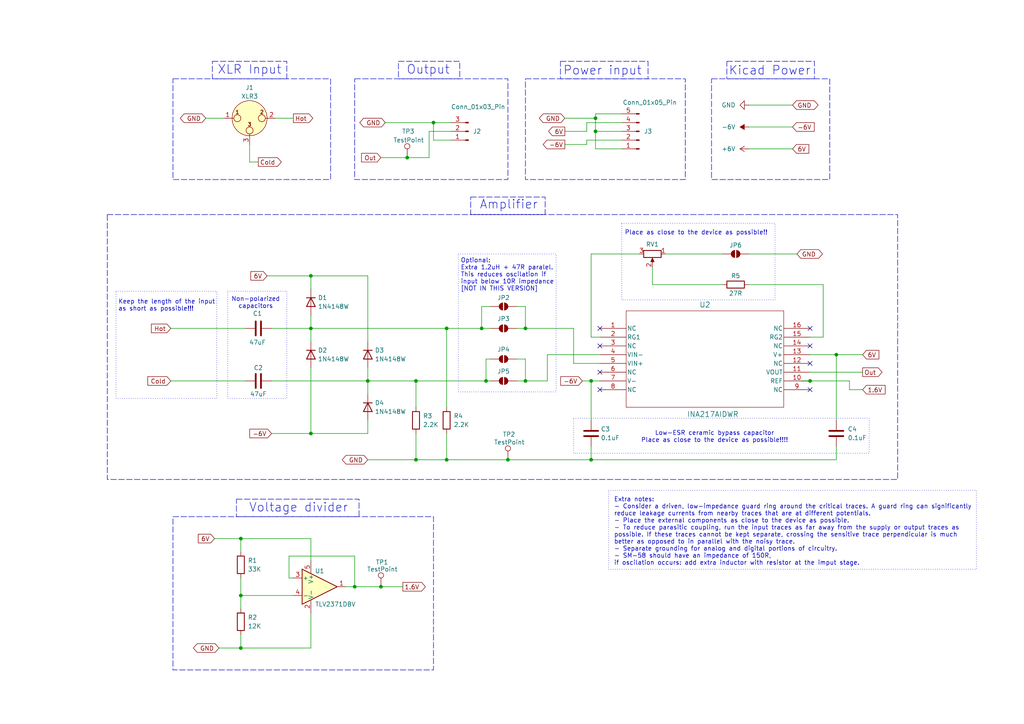
<source format=kicad_sch>
(kicad_sch (version 20250114) (generator "eeschema") (generator_version "9.0")
  (paper "A4")
  (title_block (title "Mic PreAmp") (date "2025-05-07") (rev "1") (company "Sounds Like Tim"))
  (lib_symbols
    (symbol "Amplifier_Operational:TLV2371DBV" (pin_names (offset 0.127))
      (property "Reference" "U" (at -1.27 6.35 0))
      (property "Value" "TLV2371DBV" (at -1.27 3.81 0))
      (symbol "TLV2371DBV_0_1"
        (polyline (pts (xy -5.08 5.08) (xy 5.08 0) (xy -5.08 -5.08) (xy -5.08 5.08)) (stroke (width 0.254)) (fill (type background)))
        (pin power_in line (at -2.54 7.62 270) (length 3.81) (name "V+") (number "5"))
        (pin power_in line (at -2.54 -7.62 90) (length 3.81) (name "V-") (number "2"))
      )
      (symbol "TLV2371DBV_1_1"
        (pin input line (at -7.62 2.54 0) (length 2.54) (name "+") (number "3"))
        (pin input line (at -7.62 -2.54 0) (length 2.54) (name "-") (number "4"))
        (pin output line (at 7.62 0 180) (length 2.54) (name "~") (number "1"))
      )
    )
    (symbol "Connector:Conn_01x03_Pin" (pin_names (offset 1.016) (hide yes))
      (property "Reference" "J" (at 0 5.08 0))
      (property "Value" "Conn_01x03_Pin" (at 0 -5.08 0))
      (symbol "Conn_01x03_Pin_1_1"
        (rectangle (start 0.8636 2.667) (end 0 2.413) (stroke (width 0.1524)) (fill (type outline)))
        (rectangle (start 0.8636 0.127) (end 0 -0.127) (stroke (width 0.1524)) (fill (type outline)))
        (rectangle (start 0.8636 -2.413) (end 0 -2.667) (stroke (width 0.1524)) (fill (type outline)))
        (polyline (pts (xy 1.27 2.54) (xy 0.8636 2.54)) (stroke (width 0.1524)))
        (polyline (pts (xy 1.27 0) (xy 0.8636 0)) (stroke (width 0.1524)))
        (polyline (pts (xy 1.27 -2.54) (xy 0.8636 -2.54)) (stroke (width 0.1524)))
        (pin passive line (at 5.08 2.54 180) (length 3.81) (name "Pin_1") (number "1"))
        (pin passive line (at 5.08 0 180) (length 3.81) (name "Pin_2") (number "2"))
        (pin passive line (at 5.08 -2.54 180) (length 3.81) (name "Pin_3") (number "3"))
      )
    )
    (symbol "Connector:Conn_01x05_Pin" (pin_names (offset 1.016) (hide yes))
      (property "Reference" "J" (at 0 7.62 0))
      (property "Value" "Conn_01x05_Pin" (at 0 -7.62 0))
      (symbol "Conn_01x05_Pin_1_1"
        (rectangle (start 0.8636 5.207) (end 0 4.953) (stroke (width 0.1524)) (fill (type outline)))
        (rectangle (start 0.8636 2.667) (end 0 2.413) (stroke (width 0.1524)) (fill (type outline)))
        (rectangle (start 0.8636 0.127) (end 0 -0.127) (stroke (width 0.1524)) (fill (type outline)))
        (rectangle (start 0.8636 -2.413) (end 0 -2.667) (stroke (width 0.1524)) (fill (type outline)))
        (rectangle (start 0.8636 -4.953) (end 0 -5.207) (stroke (width 0.1524)) (fill (type outline)))
        (polyline (pts (xy 1.27 5.08) (xy 0.8636 5.08)) (stroke (width 0.1524)))
        (polyline (pts (xy 1.27 2.54) (xy 0.8636 2.54)) (stroke (width 0.1524)))
        (polyline (pts (xy 1.27 0) (xy 0.8636 0)) (stroke (width 0.1524)))
        (polyline (pts (xy 1.27 -2.54) (xy 0.8636 -2.54)) (stroke (width 0.1524)))
        (polyline (pts (xy 1.27 -5.08) (xy 0.8636 -5.08)) (stroke (width 0.1524)))
        (pin passive line (at 5.08 5.08 180) (length 3.81) (name "Pin_1") (number "1"))
        (pin passive line (at 5.08 2.54 180) (length 3.81) (name "Pin_2") (number "2"))
        (pin passive line (at 5.08 0 180) (length 3.81) (name "Pin_3") (number "3"))
        (pin passive line (at 5.08 -2.54 180) (length 3.81) (name "Pin_4") (number "4"))
        (pin passive line (at 5.08 -5.08 180) (length 3.81) (name "Pin_5") (number "5"))
      )
    )
    (symbol "Connector:TestPoint" (pin_numbers (hide yes)) (pin_names (offset 0.762) (hide yes))
      (property "Reference" "TP" (at 0 6.858 0))
      (property "Value" "TestPoint" (at 0 5.08 0))
      (symbol "TestPoint_0_1"
        (circle (center 0 3.302) (radius 0.762))
      )
      (symbol "TestPoint_1_1"
        (pin passive line (at 0 0 90) (length 2.54) (name "1") (number "1"))
      )
    )
    (symbol "Connector_Audio:XLR3" (pin_names (hide yes))
      (property "Reference" "J" (at 0 8.89 0))
      (property "Value" "XLR3" (at 0 6.35 0))
      (symbol "XLR3_0_1"
        (polyline (pts (xy -5.08 0) (xy -4.572 0)))
        (circle (center -3.556 0) (radius 1.016))
        (circle (center 0 0) (radius 5.08) (fill (type background)))
        (circle (center 0 -3.556) (radius 1.016))
        (polyline (pts (xy 0 -5.08) (xy 0 -4.572)))
        (circle (center 3.556 0) (radius 1.016))
        (polyline (pts (xy 5.08 0) (xy 4.572 0)))
        (text "1" (at -3.556 1.778 0) (effects (font (size 1.016 1.016) (bold yes))))
        (text "3" (at 0 -1.778 0) (effects (font (size 1.016 1.016) (bold yes))))
        (text "2" (at 3.556 1.778 0) (effects (font (size 1.016 1.016) (bold yes))))
        (pin passive line (at -7.62 0 0) (length 2.54) (name "~") (number "1"))
        (pin passive line (at 0 -7.62 90) (length 2.54) (name "~") (number "3"))
        (pin passive line (at 7.62 0 180) (length 2.54) (name "~") (number "2"))
      )
    )
    (symbol "Device:C" (pin_numbers (hide yes)) (pin_names (offset 0.254))
      (property "Reference" "C" (at 0.635 2.54 0))
      (property "Value" "C" (at 0.635 -2.54 0))
      (symbol "C_0_1"
        (polyline (pts (xy -2.032 0.762) (xy 2.032 0.762)) (stroke (width 0.508)))
        (polyline (pts (xy -2.032 -0.762) (xy 2.032 -0.762)) (stroke (width 0.508)))
      )
      (symbol "C_1_1"
        (pin passive line (at 0 3.81 270) (length 2.794) (name "~") (number "1"))
        (pin passive line (at 0 -3.81 90) (length 2.794) (name "~") (number "2"))
      )
    )
    (symbol "Device:R" (pin_numbers (hide yes)) (pin_names (offset 0))
      (property "Reference" "R" (at 2.032 0 90))
      (property "Value" "R" (at 0 0 90))
      (symbol "R_0_1"
        (rectangle (start -1.016 -2.54) (end 1.016 2.54) (stroke (width 0.254)))
      )
      (symbol "R_1_1"
        (pin passive line (at 0 3.81 270) (length 1.27) (name "~") (number "1"))
        (pin passive line (at 0 -3.81 90) (length 1.27) (name "~") (number "2"))
      )
    )
    (symbol "Device:R_Potentiometer" (pin_names (offset 1.016) (hide yes))
      (property "Reference" "RV" (at -4.445 0 90))
      (property "Value" "R_Potentiometer" (at -2.54 0 90))
      (symbol "R_Potentiometer_0_1"
        (rectangle (start 1.016 2.54) (end -1.016 -2.54) (stroke (width 0.254)))
        (polyline (pts (xy 1.143 0) (xy 2.286 0.508) (xy 2.286 -0.508) (xy 1.143 0)) (fill (type outline)))
        (polyline (pts (xy 2.54 0) (xy 1.524 0)))
      )
      (symbol "R_Potentiometer_1_1"
        (pin passive line (at 0 3.81 270) (length 1.27) (name "1") (number "1"))
        (pin passive line (at 0 -3.81 90) (length 1.27) (name "3") (number "3"))
        (pin passive line (at 3.81 0 180) (length 1.27) (name "2") (number "2"))
      )
    )
    (symbol "Diode:1N4148W" (pin_numbers (hide yes)) (pin_names (hide yes))
      (property "Reference" "D" (at 0 2.54 0))
      (property "Value" "1N4148W" (at 0 -2.54 0))
      (symbol "1N4148W_0_1"
        (polyline (pts (xy -1.27 1.27) (xy -1.27 -1.27)) (stroke (width 0.254)))
        (polyline (pts (xy 1.27 1.27) (xy 1.27 -1.27) (xy -1.27 0) (xy 1.27 1.27)) (stroke (width 0.254)))
        (polyline (pts (xy 1.27 0) (xy -1.27 0)))
      )
      (symbol "1N4148W_1_1"
        (pin passive line (at -3.81 0 0) (length 2.54) (name "K") (number "1"))
        (pin passive line (at 3.81 0 180) (length 2.54) (name "A") (number "2"))
      )
    )
    (symbol "INA217:INA217AIDWR" (pin_names (offset 0.254))
      (property "Reference" "U" (at 30.48 10.16 0))
      (property "Value" "INA217AIDWR" (at 30.48 7.62 0))
      (symbol "INA217AIDWR_0_1"
        (polyline (pts (xy 7.62 5.08) (xy 7.62 -22.86)) (stroke (width 0.127)))
        (polyline (pts (xy 7.62 -22.86) (xy 53.34 -22.86)) (stroke (width 0.127)))
        (polyline (pts (xy 53.34 5.08) (xy 7.62 5.08)) (stroke (width 0.127)))
        (polyline (pts (xy 53.34 -22.86) (xy 53.34 5.08)) (stroke (width 0.127)))
        (pin unspecified line (at 0 0 0) (length 7.62) (name "NC") (number "1"))
        (pin unspecified line (at 0 -2.54 0) (length 7.62) (name "RG1") (number "2"))
        (pin unspecified line (at 0 -5.08 0) (length 7.62) (name "NC") (number "3"))
        (pin input line (at 0 -7.62 0) (length 7.62) (name "VIN-") (number "4"))
        (pin input line (at 0 -10.16 0) (length 7.62) (name "VIN+") (number "5"))
        (pin unspecified line (at 0 -12.7 0) (length 7.62) (name "NC") (number "6"))
        (pin power_in line (at 0 -15.24 0) (length 7.62) (name "V-") (number "7"))
        (pin unspecified line (at 0 -17.78 0) (length 7.62) (name "NC") (number "8"))
        (pin unspecified line (at 60.96 0 180) (length 7.62) (name "NC") (number "16"))
        (pin unspecified line (at 60.96 -2.54 180) (length 7.62) (name "RG2") (number "15"))
        (pin unspecified line (at 60.96 -5.08 180) (length 7.62) (name "NC") (number "14"))
        (pin power_in line (at 60.96 -7.62 180) (length 7.62) (name "V+") (number "13"))
        (pin unspecified line (at 60.96 -10.16 180) (length 7.62) (name "NC") (number "12"))
        (pin output line (at 60.96 -12.7 180) (length 7.62) (name "VOUT") (number "11"))
        (pin power_in line (at 60.96 -15.24 180) (length 7.62) (name "REF") (number "10"))
        (pin unspecified line (at 60.96 -17.78 180) (length 7.62) (name "NC") (number "9"))
      )
    )
    (symbol "Jumper:SolderJumper_2_Open" (pin_numbers (hide yes)) (pin_names (offset 0) (hide yes)) (in_bom no)
      (property "Reference" "JP" (at 0 2.032 0))
      (property "Value" "SolderJumper_2_Open" (at 0 -2.54 0))
      (symbol "SolderJumper_2_Open_0_1"
        (polyline (pts (xy -0.254 1.016) (xy -0.254 -1.016)))
        (arc (start -0.254 -1.016) (mid -1.2656 0) (end -0.254 1.016))
        (arc (start -0.254 -1.016) (mid -1.2656 0) (end -0.254 1.016) (fill (type outline)))
        (arc (start 0.254 1.016) (mid 1.2656 0) (end 0.254 -1.016))
        (arc (start 0.254 1.016) (mid 1.2656 0) (end 0.254 -1.016) (fill (type outline)))
        (polyline (pts (xy 0.254 1.016) (xy 0.254 -1.016)))
      )
      (symbol "SolderJumper_2_Open_1_1"
        (pin passive line (at -3.81 0 0) (length 2.54) (name "A") (number "1"))
        (pin passive line (at 3.81 0 180) (length 2.54) (name "B") (number "2"))
      )
    )
    (symbol "power:+6V" (power) (pin_numbers (hide yes)) (pin_names (offset 0) (hide yes))
      (property "Value" "+6V" (at 0 3.556 0))
      (symbol "+6V_0_1"
        (polyline (pts (xy -0.762 1.27) (xy 0 2.54)))
        (polyline (pts (xy 0 2.54) (xy 0.762 1.27)))
        (polyline (pts (xy 0 0) (xy 0 2.54)))
      )
      (symbol "+6V_1_1"
        (pin power_in line (at 0 0 90) (length 0) (name "~") (number "1"))
      )
    )
    (symbol "power:-6V" (power) (pin_numbers (hide yes)) (pin_names (offset 0) (hide yes))
      (property "Value" "-6V" (at 0 3.556 0))
      (symbol "-6V_0_0"
        (pin power_in line (at 0 0 90) (length 0) (name "~") (number "1"))
      )
      (symbol "-6V_0_1"
        (polyline (pts (xy 0 0) (xy 0 1.27) (xy 0.762 1.27) (xy 0 2.54) (xy -0.762 1.27) (xy 0 1.27)) (fill (type outline)))
      )
    )
    (symbol "power:GND" (power) (pin_numbers (hide yes)) (pin_names (offset 0) (hide yes))
      (property "Value" "GND" (at 0 -3.81 0))
      (symbol "GND_0_1"
        (polyline (pts (xy 0 0) (xy 0 -1.27) (xy 1.27 -1.27) (xy 0 -2.54) (xy -1.27 -1.27) (xy 0 -1.27)))
      )
      (symbol "GND_1_1"
        (pin power_in line (at 0 0 270) (length 0) (name "~") (number "1"))
      )
    )
  )
  (rectangle (start 166.37 121.285) (end 252.095 131.445) (stroke (width 0) (type dot)))
  (rectangle (start 66.04 84.455) (end 83.185 115.57) (stroke (width 0) (type dot)))
  (rectangle (start 50.165 149.86) (end 125.73 194.31) (stroke (width 0) (type dash)))
  (rectangle (start 206.375 22.86) (end 240.665 52.07) (stroke (width 0) (type dash)))
  (rectangle (start 162.56 17.78) (end 187.96 22.86) (stroke (width 0) (type dash)))
  (rectangle (start 61.595 17.78) (end 83.185 22.86) (stroke (width 0) (type dash)))
  (rectangle (start 115.57 17.78) (end 133.35 22.86) (stroke (width 0) (type dash)))
  (rectangle (start 180.34 64.77) (end 224.79 86.995) (stroke (width 0) (type dot)))
  (rectangle (start 102.87 22.86) (end 147.32 52.07) (stroke (width 0) (type dash)))
  (rectangle (start 210.82 17.78) (end 236.22 22.86) (stroke (width 0) (type dash)))
  (rectangle (start 33.655 84.455) (end 62.865 115.57) (stroke (width 0) (type dot)))
  (rectangle (start 136.525 57.15) (end 158.115 62.23) (stroke (width 0) (type dash)))
  (rectangle (start 176.53 142.24) (end 283.21 165.1) (stroke (width 0) (type dot)))
  (rectangle (start 152.4 22.86) (end 198.755 52.07) (stroke (width 0) (type dash)))
  (rectangle (start 50.165 22.86) (end 95.885 52.07) (stroke (width 0) (type dash)))
  (rectangle (start 132.969 73.66) (end 161.29 113.665) (stroke (width 0) (type dot)))
  (rectangle (start 31.115 62.23) (end 260.35 139.065) (stroke (width 0) (type dash)))
  (rectangle (start 68.58 144.78) (end 104.14 149.86) (stroke (width 0) (type dash)))
  (text "XLR Input\n" (at 72.39 20.32 0) (effects (font (size 2.54 2.54))))
  (text "Optional:\nExtra 1.2uH + 47R paralel.\nThis reduces oscilation if \ninput below 10R impedance\n[NOT IN THIS VERSION]" (at 133.604 79.756 0) (effects (font (size 1.27 1.27)) (justify left)))
  (text "Extra notes:\n- Consider a driven, low-impedance guard ring around the critical traces. A guard ring can significantly\nreduce leakage currents from nearby traces that are at different potentials.\n- Place the external components as close to the device as possible.\n- To reduce parasitic coupling, run the input traces as far away from the supply or output traces as\npossible. If these traces cannot be kept separate, crossing the sensitive trace perpendicular is much\nbetter as opposed to in parallel with the noisy trace.\n- Separate grounding for analog and digital portions of circuitry.\n- SM-58 should have an impedance of 150R, \nif oscilation occurs: add extra inductor with resistor at the imput stage." (at 178.054 154.178 0) (effects (font (size 1.27 1.27)) (justify left)))
  (text "Low-ESR ceramic bypass capacitor\nPlace as close to the device as possible!!!!\n" (at 207.264 126.746 0) (effects (font (size 1.27 1.27))))
  (text "Voltage divider" (at 86.614 147.32 0) (effects (font (size 2.54 2.54))))
  (text "Place as close to the device as possible!!" (at 201.93 67.564 0) (effects (font (size 1.27 1.27))))
  (text "Amplifier" (at 147.574 59.436 0) (effects (font (size 2.54 2.54))))
  (text "Kicad Power" (at 223.266 20.574 0) (effects (font (size 2.54 2.54))))
  (text "Non-polarized\ncapacitors" (at 74.168 87.884 0) (effects (font (size 1.27 1.27))))
  (text "Keep the length of the input \nas short as possible!!!" (at 34.29 88.646 0) (effects (font (size 1.27 1.27)) (justify left)))
  (text "Power input" (at 174.752 20.574 0) (effects (font (size 2.54 2.54))))
  (text "Output" (at 124.206 20.32 0) (effects (font (size 2.54 2.54))))
  (junction (at 90.17 95.25))
  (junction (at 171.45 133.35))
  (junction (at 69.85 156.21))
  (junction (at 120.65 133.35))
  (junction (at 90.17 125.73))
  (junction (at 118.11 45.72))
  (junction (at 102.87 170.18))
  (junction (at 172.72 34.29))
  (junction (at 147.32 133.35))
  (junction (at 171.45 110.49))
  (junction (at 106.68 110.49))
  (junction (at 90.17 80.01))
  (junction (at 234.95 110.49))
  (junction (at 152.4 110.49))
  (junction (at 120.65 110.49))
  (junction (at 139.7 95.25))
  (junction (at 69.85 172.72))
  (junction (at 110.49 170.18))
  (junction (at 129.54 133.35))
  (junction (at 172.72 38.1))
  (junction (at 125.73 35.56))
  (junction (at 242.57 102.87))
  (junction (at 140.97 110.49))
  (junction (at 152.4 95.25))
  (junction (at 129.54 95.25))
  (junction (at 69.85 187.96))
  (no_connect (at 234.95 113.03))
  (no_connect (at 234.95 105.41))
  (no_connect (at 173.99 107.95))
  (no_connect (at 173.99 100.33))
  (no_connect (at 173.99 113.03))
  (no_connect (at 173.99 95.25))
  (no_connect (at 234.95 95.25))
  (no_connect (at 234.95 100.33))
  (wire (pts (xy 171.45 73.66) (xy 171.45 97.79)))
  (wire (pts (xy 170.18 41.91) (xy 163.83 41.91)))
  (wire (pts (xy 129.54 95.25) (xy 139.7 95.25)))
  (wire (pts (xy 152.4 110.49) (xy 158.75 110.49)))
  (wire (pts (xy 238.76 82.55) (xy 238.76 97.79)))
  (wire (pts (xy 180.34 38.1) (xy 172.72 38.1)))
  (wire (pts (xy 83.82 167.64) (xy 83.82 161.29)))
  (wire (pts (xy 110.49 45.72) (xy 118.11 45.72)))
  (wire (pts (xy 106.68 125.73) (xy 106.68 121.92)))
  (wire (pts (xy 140.97 110.49) (xy 140.97 104.14)))
  (wire (pts (xy 49.53 95.25) (xy 71.12 95.25)))
  (wire (pts (xy 180.34 35.56) (xy 170.18 35.56)))
  (wire (pts (xy 168.91 110.49) (xy 171.45 110.49)))
  (wire (pts (xy 242.57 102.87) (xy 242.57 121.92)))
  (wire (pts (xy 217.17 36.83) (xy 229.87 36.83)))
  (wire (pts (xy 171.45 129.54) (xy 171.45 133.35)))
  (wire (pts (xy 129.54 125.73) (xy 129.54 133.35)))
  (wire (pts (xy 180.34 43.18) (xy 172.72 43.18)))
  (wire (pts (xy 149.86 110.49) (xy 152.4 110.49)))
  (wire (pts (xy 120.65 110.49) (xy 120.65 118.11)))
  (wire (pts (xy 166.37 105.41) (xy 173.99 105.41)))
  (wire (pts (xy 147.32 133.35) (xy 171.45 133.35)))
  (wire (pts (xy 140.97 110.49) (xy 142.24 110.49)))
  (wire (pts (xy 173.99 97.79) (xy 171.45 97.79)))
  (wire (pts (xy 120.65 133.35) (xy 129.54 133.35)))
  (wire (pts (xy 78.74 125.73) (xy 90.17 125.73)))
  (wire (pts (xy 140.97 104.14) (xy 142.24 104.14)))
  (wire (pts (xy 139.7 95.25) (xy 139.7 88.9)))
  (wire (pts (xy 139.7 88.9) (xy 142.24 88.9)))
  (wire (pts (xy 90.17 95.25) (xy 129.54 95.25)))
  (wire (pts (xy 77.47 80.01) (xy 90.17 80.01)))
  (wire (pts (xy 90.17 156.21) (xy 90.17 162.56)))
  (wire (pts (xy 173.99 102.87) (xy 158.75 102.87)))
  (wire (pts (xy 189.23 77.47) (xy 189.23 82.55)))
  (wire (pts (xy 217.17 30.48) (xy 229.87 30.48)))
  (wire (pts (xy 171.45 73.66) (xy 185.42 73.66)))
  (wire (pts (xy 120.65 110.49) (xy 140.97 110.49)))
  (wire (pts (xy 125.73 35.56) (xy 130.81 35.56)))
  (wire (pts (xy 59.69 34.29) (xy 64.77 34.29)))
  (wire (pts (xy 163.83 34.29) (xy 172.72 34.29)))
  (wire (pts (xy 130.81 40.64) (xy 125.73 40.64)))
  (wire (pts (xy 170.18 35.56) (xy 170.18 38.1)))
  (wire (pts (xy 149.86 95.25) (xy 152.4 95.25)))
  (wire (pts (xy 78.74 95.25) (xy 90.17 95.25)))
  (wire (pts (xy 171.45 133.35) (xy 242.57 133.35)))
  (wire (pts (xy 129.54 95.25) (xy 129.54 118.11)))
  (wire (pts (xy 69.85 172.72) (xy 85.09 172.72)))
  (wire (pts (xy 62.23 156.21) (xy 69.85 156.21)))
  (wire (pts (xy 110.49 170.18) (xy 116.84 170.18)))
  (wire (pts (xy 152.4 88.9) (xy 152.4 95.25)))
  (wire (pts (xy 90.17 83.82) (xy 90.17 80.01)))
  (wire (pts (xy 124.46 45.72) (xy 124.46 38.1)))
  (wire (pts (xy 172.72 34.29) (xy 172.72 38.1)))
  (wire (pts (xy 72.39 41.91) (xy 72.39 46.99)))
  (wire (pts (xy 124.46 38.1) (xy 130.81 38.1)))
  (wire (pts (xy 106.68 114.3) (xy 106.68 110.49)))
  (wire (pts (xy 118.11 45.72) (xy 124.46 45.72)))
  (wire (pts (xy 234.95 97.79) (xy 238.76 97.79)))
  (wire (pts (xy 149.86 104.14) (xy 152.4 104.14)))
  (wire (pts (xy 125.73 35.56) (xy 111.76 35.56)))
  (wire (pts (xy 120.65 133.35) (xy 106.68 133.35)))
  (wire (pts (xy 242.57 102.87) (xy 250.19 102.87)))
  (wire (pts (xy 85.09 167.64) (xy 83.82 167.64)))
  (wire (pts (xy 217.17 82.55) (xy 238.76 82.55)))
  (wire (pts (xy 172.72 38.1) (xy 172.72 43.18)))
  (wire (pts (xy 246.38 113.03) (xy 246.38 110.49)))
  (wire (pts (xy 125.73 40.64) (xy 125.73 35.56)))
  (wire (pts (xy 69.85 156.21) (xy 90.17 156.21)))
  (wire (pts (xy 246.38 113.03) (xy 250.19 113.03)))
  (wire (pts (xy 90.17 91.44) (xy 90.17 95.25)))
  (wire (pts (xy 232.41 110.49) (xy 234.95 110.49)))
  (wire (pts (xy 78.74 110.49) (xy 106.68 110.49)))
  (wire (pts (xy 69.85 167.64) (xy 69.85 172.72)))
  (wire (pts (xy 171.45 110.49) (xy 173.99 110.49)))
  (wire (pts (xy 193.04 73.66) (xy 209.55 73.66)))
  (wire (pts (xy 172.72 33.02) (xy 180.34 33.02)))
  (wire (pts (xy 90.17 187.96) (xy 90.17 177.8)))
  (wire (pts (xy 72.39 46.99) (xy 74.93 46.99)))
  (wire (pts (xy 234.95 102.87) (xy 242.57 102.87)))
  (wire (pts (xy 158.75 102.87) (xy 158.75 110.49)))
  (wire (pts (xy 129.54 133.35) (xy 147.32 133.35)))
  (wire (pts (xy 106.68 80.01) (xy 106.68 99.06)))
  (wire (pts (xy 90.17 106.68) (xy 90.17 125.73)))
  (wire (pts (xy 152.4 104.14) (xy 152.4 110.49)))
  (wire (pts (xy 90.17 99.06) (xy 90.17 95.25)))
  (wire (pts (xy 63.5 187.96) (xy 69.85 187.96)))
  (wire (pts (xy 139.7 95.25) (xy 142.24 95.25)))
  (wire (pts (xy 149.86 88.9) (xy 152.4 88.9)))
  (wire (pts (xy 69.85 187.96) (xy 90.17 187.96)))
  (wire (pts (xy 69.85 172.72) (xy 69.85 176.53)))
  (wire (pts (xy 106.68 106.68) (xy 106.68 110.49)))
  (wire (pts (xy 189.23 82.55) (xy 209.55 82.55)))
  (wire (pts (xy 83.82 161.29) (xy 102.87 161.29)))
  (wire (pts (xy 152.4 95.25) (xy 166.37 95.25)))
  (wire (pts (xy 69.85 184.15) (xy 69.85 187.96)))
  (wire (pts (xy 217.17 43.18) (xy 229.87 43.18)))
  (wire (pts (xy 102.87 170.18) (xy 110.49 170.18)))
  (wire (pts (xy 242.57 129.54) (xy 242.57 133.35)))
  (wire (pts (xy 80.01 34.29) (xy 85.09 34.29)))
  (wire (pts (xy 69.85 160.02) (xy 69.85 156.21)))
  (wire (pts (xy 163.83 38.1) (xy 170.18 38.1)))
  (wire (pts (xy 217.17 73.66) (xy 231.14 73.66)))
  (wire (pts (xy 171.45 110.49) (xy 171.45 121.92)))
  (wire (pts (xy 100.33 170.18) (xy 102.87 170.18)))
  (wire (pts (xy 90.17 125.73) (xy 106.68 125.73)))
  (wire (pts (xy 90.17 80.01) (xy 106.68 80.01)))
  (wire (pts (xy 106.68 110.49) (xy 120.65 110.49)))
  (wire (pts (xy 166.37 95.25) (xy 166.37 105.41)))
  (wire (pts (xy 102.87 161.29) (xy 102.87 170.18)))
  (wire (pts (xy 234.95 107.95) (xy 250.19 107.95)))
  (wire (pts (xy 170.18 40.64) (xy 170.18 41.91)))
  (wire (pts (xy 120.65 125.73) (xy 120.65 133.35)))
  (wire (pts (xy 49.53 110.49) (xy 71.12 110.49)))
  (wire (pts (xy 180.34 40.64) (xy 170.18 40.64)))
  (wire (pts (xy 246.38 110.49) (xy 234.95 110.49)))
  (wire (pts (xy 172.72 34.29) (xy 172.72 33.02)))
  (global_label "GND" (shape bidirectional) (at 111.76 35.56 180) (property "Intersheetrefs" "${INTERSHEET_REFS}" (effects (hide yes))))
  (global_label "Out" (shape output) (at 250.19 107.95 0) (property "Intersheetrefs" "${INTERSHEET_REFS}" (effects (hide yes))))
  (global_label "1.6V" (shape input) (at 250.19 113.03 0) (property "Intersheetrefs" "${INTERSHEET_REFS}" (effects (hide yes))))
  (global_label "Cold" (shape output) (at 74.93 46.99 0) (property "Intersheetrefs" "${INTERSHEET_REFS}" (effects (hide yes))))
  (global_label "-6V" (shape input) (at 78.74 125.73 180) (property "Intersheetrefs" "${INTERSHEET_REFS}" (effects (hide yes))))
  (global_label "6V" (shape input) (at 229.87 43.18 0) (property "Intersheetrefs" "${INTERSHEET_REFS}" (effects (hide yes))))
  (global_label "GND" (shape bidirectional) (at 231.14 73.66 0) (property "Intersheetrefs" "${INTERSHEET_REFS}" (effects (hide yes))))
  (global_label "6V" (shape output) (at 163.83 38.1 180) (property "Intersheetrefs" "${INTERSHEET_REFS}" (effects (hide yes))))
  (global_label "Hot" (shape input) (at 49.53 95.25 180) (property "Intersheetrefs" "${INTERSHEET_REFS}" (effects (hide yes))))
  (global_label "Hot" (shape output) (at 85.09 34.29 0) (property "Intersheetrefs" "${INTERSHEET_REFS}" (effects (hide yes))))
  (global_label "GND" (shape bidirectional) (at 59.69 34.29 180) (property "Intersheetrefs" "${INTERSHEET_REFS}" (effects (hide yes))))
  (global_label "Out" (shape input) (at 110.49 45.72 180) (property "Intersheetrefs" "${INTERSHEET_REFS}" (effects (hide yes))))
  (global_label "Cold" (shape input) (at 49.53 110.49 180) (property "Intersheetrefs" "${INTERSHEET_REFS}" (effects (hide yes))))
  (global_label "-6V" (shape output) (at 163.83 41.91 180) (property "Intersheetrefs" "${INTERSHEET_REFS}" (effects (hide yes))))
  (global_label "1.6V" (shape output) (at 116.84 170.18 0) (property "Intersheetrefs" "${INTERSHEET_REFS}" (effects (hide yes))))
  (global_label "6V" (shape input) (at 62.23 156.21 180) (property "Intersheetrefs" "${INTERSHEET_REFS}" (effects (hide yes))))
  (global_label "6V" (shape input) (at 77.47 80.01 180) (property "Intersheetrefs" "${INTERSHEET_REFS}" (effects (hide yes))))
  (global_label "-6V" (shape input) (at 168.91 110.49 180) (property "Intersheetrefs" "${INTERSHEET_REFS}" (effects (hide yes))))
  (global_label "6V" (shape input) (at 250.19 102.87 0) (property "Intersheetrefs" "${INTERSHEET_REFS}" (effects (hide yes))))
  (global_label "-6V" (shape input) (at 229.87 36.83 0) (property "Intersheetrefs" "${INTERSHEET_REFS}" (effects (hide yes))))
  (global_label "GND" (shape bidirectional) (at 63.5 187.96 180) (property "Intersheetrefs" "${INTERSHEET_REFS}" (effects (hide yes))))
  (global_label "GND" (shape bidirectional) (at 106.68 133.35 180) (property "Intersheetrefs" "${INTERSHEET_REFS}" (effects (hide yes))))
  (global_label "GND" (shape bidirectional) (at 229.87 30.48 0) (property "Intersheetrefs" "${INTERSHEET_REFS}" (effects (hide yes))))
  (global_label "GND" (shape bidirectional) (at 163.83 34.29 180) (property "Intersheetrefs" "${INTERSHEET_REFS}" (effects (hide yes))))
  (symbol (lib_id "Device:R") (at 69.85 163.83 0) (unit 1)
    (property "Reference" "R1" (at 71.882 162.5599 0) (effects (justify left)))
    (property "Value" "33K" (at 71.882 165.0999 0) (effects (justify left)))
    (property "Footprint" "Capacitor_SMD:C_0805_2012Metric" (effects (hide yes)))
    (property "Description" "Resistor" (effects (hide yes)))
  )
  (symbol (lib_id "Device:R_Potentiometer") (at 189.23 73.66 270) (unit 1)
    (property "Reference" "RV1" (at 189.23 70.866 90))
    (property "Value" "R_Potentiometer" (effects (hide yes)))
    (property "Footprint" "Potentiometer_THT:Potentiometer_Alpha_RD901F-40-00D_Single_Vertical" (effects (hide yes)))
    (property "Description" "Potentiometer" (effects (hide yes)))
  )
  (symbol (lib_id "Jumper:SolderJumper_2_Open") (at 146.05 110.49 0) (unit 1) (in_bom no)
    (property "Reference" "JP5" (at 146.05 107.696 0))
    (property "Value" "SolderJumper_2_Open" (effects (hide yes)))
    (property "Footprint" "Jumper:SolderJumper-2_P1.3mm_Open_Pad1.0x1.5mm" (effects (hide yes)))
    (property "Description" "Solder Jumper, 2-pole, open" (effects (hide yes)))
  )
  (symbol (lib_id "Device:R") (at 129.54 121.92 0) (unit 1)
    (property "Reference" "R4" (at 131.572 120.6499 0) (effects (justify left)))
    (property "Value" "2.2K" (at 131.572 123.1899 0) (effects (justify left)))
    (property "Footprint" "Capacitor_SMD:C_0805_2012Metric" (effects (hide yes)))
    (property "Description" "Resistor" (effects (hide yes)))
  )
  (symbol (lib_id "Connector:Conn_01x03_Pin") (at 135.89 38.1 180) (unit 1)
    (property "Reference" "J2" (at 137.16 38.1 0) (effects (justify right)))
    (property "Value" "Conn_01x03_Pin" (at 130.81 30.988 0) (effects (justify right)))
    (property "Footprint" "Connector_PinSocket_2.54mm:PinSocket_1x03_P2.54mm_Vertical" (effects (hide yes)))
    (property "Description" "Generic connector, single row, 01x03, script generated" (effects (hide yes)))
  )
  (symbol (lib_id "Device:C") (at 171.45 125.73 0) (unit 1)
    (property "Reference" "C3" (at 174.244 124.46 0) (effects (justify left)))
    (property "Value" "0.1uF" (at 174.244 127 0) (effects (justify left)))
    (property "Footprint" "Capacitor_SMD:C_0805_2012Metric" (effects (hide yes)))
    (property "Description" "Ceramic bypass capacitor" (effects (hide yes)))
  )
  (symbol (lib_id "Connector:TestPoint") (at 110.49 170.18 0) (unit 1)
    (property "Reference" "TP1" (at 108.966 163.068 0) (effects (justify left)))
    (property "Value" "TestPoint" (at 106.426 165.1 0) (effects (justify left)))
    (property "Footprint" "TestPoint:TestPoint_Pad_D3.0mm" (effects (hide yes)))
    (property "Description" "test point" (effects (hide yes)))
  )
  (symbol (lib_id "Connector:TestPoint") (at 147.32 133.35 0) (unit 1)
    (property "Reference" "TP2" (at 145.796 125.984 0) (effects (justify left)))
    (property "Value" "TestPoint" (at 143.256 128.27 0) (effects (justify left)))
    (property "Footprint" "TestPoint:TestPoint_Pad_D3.0mm" (effects (hide yes)))
    (property "Description" "test point" (effects (hide yes)))
  )
  (symbol (lib_id "Device:C") (at 242.57 125.73 0) (unit 1)
    (property "Reference" "C4" (at 245.872 124.4599 0) (effects (justify left)))
    (property "Value" "0.1uF" (at 245.872 126.9999 0) (effects (justify left)))
    (property "Footprint" "Capacitor_SMD:C_0805_2012Metric" (effects (hide yes)))
    (property "Description" "Ceramic bypass capacitor" (effects (hide yes)))
  )
  (symbol (lib_id "Jumper:SolderJumper_2_Open") (at 146.05 104.14 0) (unit 1) (in_bom no)
    (property "Reference" "JP4" (at 146.05 101.346 0))
    (property "Value" "SolderJumper_2_Open" (effects (hide yes)))
    (property "Footprint" "Jumper:SolderJumper-2_P1.3mm_Open_Pad1.0x1.5mm" (effects (hide yes)))
    (property "Description" "Solder Jumper, 2-pole, open" (effects (hide yes)))
  )
  (symbol (lib_id "Jumper:SolderJumper_2_Open") (at 146.05 88.9 0) (unit 1) (in_bom no)
    (property "Reference" "JP2" (at 146.05 86.36 0))
    (property "Value" "SolderJumper_2_Open" (effects (hide yes)))
    (property "Footprint" "Jumper:SolderJumper-2_P1.3mm_Open_Pad1.0x1.5mm" (effects (hide yes)))
    (property "Description" "Solder Jumper, 2-pole, open" (effects (hide yes)))
  )
  (symbol (lib_id "Connector:TestPoint") (at 118.11 45.72 0) (unit 1)
    (property "Reference" "TP3" (at 116.586 38.1 0) (effects (justify left)))
    (property "Value" "TestPoint" (at 114.046 40.64 0) (effects (justify left)))
    (property "Footprint" "TestPoint:TestPoint_Pad_D3.0mm" (effects (hide yes)))
    (property "Description" "test point" (effects (hide yes)))
  )
  (symbol (lib_id "Diode:1N4148W") (at 90.17 87.63 270) (unit 1)
    (property "Reference" "D1" (at 92.202 86.3599 90) (effects (justify left)))
    (property "Value" "1N4148W" (at 92.202 88.8999 90) (effects (justify left)))
    (property "Footprint" "Diode_THT:D_DO-35_SOD27_P7.62mm_Horizontal" (effects (hide yes)))
    (property "Datasheet" "https://www.vishay.com/docs/85748/1n4148w.pdf" (effects (hide yes)))
    (property "Description" "75V 0.15A Fast Switching Diode, SOD-123" (effects (hide yes)))
    (property "Sim.Device" "D" (effects (hide yes)))
    (property "Sim.Pins" "1=K 2=A" (effects (hide yes)))
  )
  (symbol (lib_id "Device:R") (at 213.36 82.55 90) (unit 1)
    (property "Reference" "R5" (at 213.36 80.01 90))
    (property "Value" "27R" (at 213.36 85.09 90))
    (property "Footprint" "Capacitor_SMD:C_0805_2012Metric" (effects (hide yes)))
    (property "Description" "Resistor" (effects (hide yes)))
  )
  (symbol (lib_id "Diode:1N4148W") (at 90.17 102.87 270) (unit 1)
    (property "Reference" "D2" (at 92.202 101.5999 90) (effects (justify left)))
    (property "Value" "1N4148W" (at 92.202 104.1399 90) (effects (justify left)))
    (property "Footprint" "Diode_THT:D_DO-35_SOD27_P7.62mm_Horizontal" (effects (hide yes)))
    (property "Datasheet" "https://www.vishay.com/docs/85748/1n4148w.pdf" (effects (hide yes)))
    (property "Description" "75V 0.15A Fast Switching Diode, SOD-123" (effects (hide yes)))
    (property "Sim.Device" "D" (effects (hide yes)))
    (property "Sim.Pins" "1=K 2=A" (effects (hide yes)))
  )
  (symbol (lib_id "Device:R") (at 69.85 180.34 0) (unit 1)
    (property "Reference" "R2" (at 71.882 179.0699 0) (effects (justify left)))
    (property "Value" "12K" (at 71.882 181.6099 0) (effects (justify left)))
    (property "Footprint" "Capacitor_SMD:C_0805_2012Metric" (effects (hide yes)))
    (property "Description" "Resistor" (effects (hide yes)))
  )
  (symbol (lib_id "INA217:INA217AIDWR") (at 173.99 95.25 0) (unit 1)
    (property "Reference" "U2" (at 204.47 88.392 0) (effects (font (size 1.524 1.524))))
    (property "Value" "INA217AIDWR" (at 206.756 120.142 0) (effects (font (size 1.524 1.524))))
    (property "Footprint" "INA217:DW16" (effects (hide yes)))
    (property "Datasheet" "INA217AIDWR" (effects (hide yes)))
  )
  (symbol (lib_id "Jumper:SolderJumper_2_Open") (at 146.05 95.25 0) (unit 1) (in_bom no)
    (property "Reference" "JP3" (at 146.05 92.456 0))
    (property "Value" "SolderJumper_2_Open" (effects (hide yes)))
    (property "Footprint" "Jumper:SolderJumper-2_P1.3mm_Open_Pad1.0x1.5mm" (effects (hide yes)))
    (property "Description" "Solder Jumper, 2-pole, open" (effects (hide yes)))
  )
  (symbol (lib_id "Amplifier_Operational:TLV2371DBV") (at 92.71 170.18 0) (unit 1)
    (property "Reference" "U1" (at 92.71 165.608 0))
    (property "Value" "TLV2371DBV" (at 97.282 175.26 0))
    (property "Footprint" "Package_TO_SOT_SMD:SOT-23-5" (effects (hide yes)))
    (property "Datasheet" "http://www.ti.com/lit/ds/symlink/tlv2375.pdf" (effects (hide yes)))
    (property "Description" "Rail-to-Rail Input/Output Operational Amplifier, SOT-23-5" (effects (hide yes)))
  )
  (symbol (lib_id "Connector_Audio:XLR3") (at 72.39 34.29 0) (unit 1)
    (property "Reference" "J1" (at 72.39 25.4 0))
    (property "Value" "XLR3" (at 72.39 27.94 0))
    (property "Footprint" "Connector_Audio:Jack_XLR_Neutrik_NC3FAAV-0_Vertical" (effects (hide yes)))
    (property "Description" "XLR Connector, Male or Female, 3 Pins" (effects (hide yes)))
  )
  (symbol (lib_id "Diode:1N4148W") (at 106.68 118.11 270) (unit 1)
    (property "Reference" "D4" (at 108.712 116.8399 90) (effects (justify left)))
    (property "Value" "1N4148W" (at 108.712 119.3799 90) (effects (justify left)))
    (property "Footprint" "Diode_THT:D_DO-35_SOD27_P7.62mm_Horizontal" (effects (hide yes)))
    (property "Datasheet" "https://www.vishay.com/docs/85748/1n4148w.pdf" (effects (hide yes)))
    (property "Description" "75V 0.15A Fast Switching Diode, SOD-123" (effects (hide yes)))
    (property "Sim.Device" "D" (effects (hide yes)))
    (property "Sim.Pins" "1=K 2=A" (effects (hide yes)))
  )
  (symbol (lib_id "power:GND") (at 217.17 30.48 270) (unit 1)
    (property "Reference" "#PWR01" (effects (hide yes)))
    (property "Value" "GND" (at 213.36 30.4799 90) (effects (justify right)))
    (property "Description" "Power symbol creates a global label with name \"GND\" , ground" (effects (hide yes)))
  )
  (symbol (lib_id "power:+6V") (at 217.17 43.18 90) (unit 1)
    (property "Reference" "#PWR03" (effects (hide yes)))
    (property "Value" "+6V" (at 213.36 43.1799 90) (effects (justify left)))
    (property "Description" "Power symbol creates a global label with name \"+6V\"" (effects (hide yes)))
  )
  (symbol (lib_id "Device:C") (at 74.93 110.49 90) (unit 1)
    (property "Reference" "C2" (at 74.93 106.68 90))
    (property "Value" "47uF" (at 74.93 114.3 90))
    (property "Footprint" "Capacitor_SMD:C_0805_2012Metric" (effects (hide yes)))
    (property "Description" "Unpolarized capacitor" (effects (hide yes)))
  )
  (symbol (lib_id "Device:R") (at 120.65 121.92 0) (unit 1)
    (property "Reference" "R3" (at 122.682 120.6499 0) (effects (justify left)))
    (property "Value" "2.2K" (at 122.682 123.19 0) (effects (justify left)))
    (property "Footprint" "Capacitor_SMD:C_0805_2012Metric" (effects (hide yes)))
    (property "Description" "Resistor" (effects (hide yes)))
  )
  (symbol (lib_id "Diode:1N4148W") (at 106.68 102.87 270) (unit 1)
    (property "Reference" "D3" (at 108.712 101.5999 90) (effects (justify left)))
    (property "Value" "1N4148W" (at 108.712 104.1399 90) (effects (justify left)))
    (property "Footprint" "Diode_THT:D_DO-35_SOD27_P7.62mm_Horizontal" (effects (hide yes)))
    (property "Datasheet" "https://www.vishay.com/docs/85748/1n4148w.pdf" (effects (hide yes)))
    (property "Description" "75V 0.15A Fast Switching Diode, SOD-123" (effects (hide yes)))
    (property "Sim.Device" "D" (effects (hide yes)))
    (property "Sim.Pins" "1=K 2=A" (effects (hide yes)))
  )
  (symbol (lib_id "Connector:Conn_01x05_Pin") (at 185.42 38.1 180) (unit 1)
    (property "Reference" "J3" (at 187.96 38.1 0))
    (property "Value" "Conn_01x05_Pin" (at 188.468 29.718 0))
    (property "Footprint" "Connector_PinSocket_2.54mm:PinSocket_1x05_P2.54mm_Vertical" (effects (hide yes)))
    (property "Description" "Generic connector, single row, 01x05, script generated" (effects (hide yes)))
  )
  (symbol (lib_id "Jumper:SolderJumper_2_Open") (at 213.36 73.66 0) (unit 1) (in_bom no)
    (property "Reference" "JP6" (at 213.36 71.12 0))
    (property "Value" "SolderJumper_2_Open" (effects (hide yes)))
    (property "Footprint" "Jumper:SolderJumper-2_P1.3mm_Open_Pad1.0x1.5mm" (effects (hide yes)))
    (property "Description" "Solder Jumper, 2-pole, open" (effects (hide yes)))
  )
  (symbol (lib_id "power:-6V") (at 217.17 36.83 90) (unit 1)
    (property "Reference" "#PWR02" (effects (hide yes)))
    (property "Value" "-6V" (at 213.36 36.8299 90) (effects (justify left)))
    (property "Description" "Power symbol creates a global label with name \"-6V\"" (effects (hide yes)))
  )
  (symbol (lib_id "Device:C") (at 74.93 95.25 90) (unit 1)
    (property "Reference" "C1" (at 74.676 90.932 90))
    (property "Value" "47uF" (at 74.676 99.314 90))
    (property "Footprint" "Capacitor_SMD:C_0805_2012Metric" (effects (hide yes)))
    (property "Description" "Unpolarized capacitor" (effects (hide yes)))
  )
)
</source>
